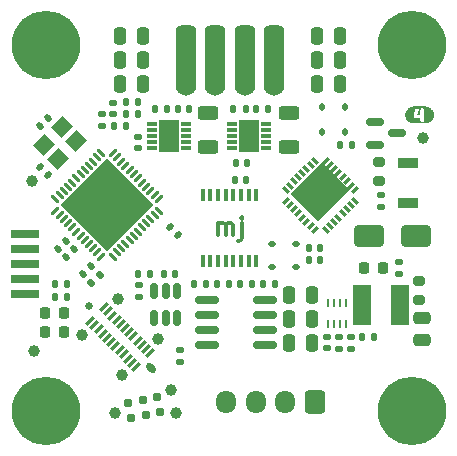
<source format=gbr>
%TF.GenerationSoftware,KiCad,Pcbnew,7.0.10*%
%TF.CreationDate,2024-01-29T20:12:53-05:00*%
%TF.ProjectId,lemon-pepper,6c656d6f-6e2d-4706-9570-7065722e6b69,rev?*%
%TF.SameCoordinates,PX8b85c60PY52f2218*%
%TF.FileFunction,Soldermask,Top*%
%TF.FilePolarity,Negative*%
%FSLAX46Y46*%
G04 Gerber Fmt 4.6, Leading zero omitted, Abs format (unit mm)*
G04 Created by KiCad (PCBNEW 7.0.10) date 2024-01-29 20:12:53*
%MOMM*%
%LPD*%
G01*
G04 APERTURE LIST*
G04 Aperture macros list*
%AMRoundRect*
0 Rectangle with rounded corners*
0 $1 Rounding radius*
0 $2 $3 $4 $5 $6 $7 $8 $9 X,Y pos of 4 corners*
0 Add a 4 corners polygon primitive as box body*
4,1,4,$2,$3,$4,$5,$6,$7,$8,$9,$2,$3,0*
0 Add four circle primitives for the rounded corners*
1,1,$1+$1,$2,$3*
1,1,$1+$1,$4,$5*
1,1,$1+$1,$6,$7*
1,1,$1+$1,$8,$9*
0 Add four rect primitives between the rounded corners*
20,1,$1+$1,$2,$3,$4,$5,0*
20,1,$1+$1,$4,$5,$6,$7,0*
20,1,$1+$1,$6,$7,$8,$9,0*
20,1,$1+$1,$8,$9,$2,$3,0*%
%AMHorizOval*
0 Thick line with rounded ends*
0 $1 width*
0 $2 $3 position (X,Y) of the first rounded end (center of the circle)*
0 $4 $5 position (X,Y) of the second rounded end (center of the circle)*
0 Add line between two ends*
20,1,$1,$2,$3,$4,$5,0*
0 Add two circle primitives to create the rounded ends*
1,1,$1,$2,$3*
1,1,$1,$4,$5*%
%AMRotRect*
0 Rectangle, with rotation*
0 The origin of the aperture is its center*
0 $1 length*
0 $2 width*
0 $3 Rotation angle, in degrees counterclockwise*
0 Add horizontal line*
21,1,$1,$2,0,0,$3*%
%AMFreePoly0*
4,1,17,-0.875000,2.062500,-0.867373,2.143836,-0.824300,2.266930,-0.746859,2.371859,-0.641930,2.449300,-0.518836,2.492373,-0.437500,2.500000,0.437500,2.500000,0.518836,2.492373,0.641930,2.449300,0.746859,2.371859,0.824300,2.266930,0.867373,2.143836,0.875000,2.062500,0.875000,-2.500000,-0.875000,-2.500000,-0.875000,2.062500,-0.875000,2.062500,$1*%
G04 Aperture macros list end*
%ADD10C,0.300000*%
%ADD11C,5.800000*%
%ADD12RoundRect,0.250000X-0.250000X-0.475000X0.250000X-0.475000X0.250000X0.475000X-0.250000X0.475000X0*%
%ADD13C,0.990600*%
%ADD14C,0.787400*%
%ADD15RoundRect,0.150000X-0.587500X-0.150000X0.587500X-0.150000X0.587500X0.150000X-0.587500X0.150000X0*%
%ADD16RoundRect,0.135000X0.135000X0.185000X-0.135000X0.185000X-0.135000X-0.185000X0.135000X-0.185000X0*%
%ADD17RoundRect,0.112500X-0.112500X0.187500X-0.112500X-0.187500X0.112500X-0.187500X0.112500X0.187500X0*%
%ADD18RoundRect,0.150000X-0.825000X-0.150000X0.825000X-0.150000X0.825000X0.150000X-0.825000X0.150000X0*%
%ADD19RoundRect,0.135000X0.185000X-0.135000X0.185000X0.135000X-0.185000X0.135000X-0.185000X-0.135000X0*%
%ADD20R,1.700000X0.900000*%
%ADD21RoundRect,0.135000X-0.035355X0.226274X-0.226274X0.035355X0.035355X-0.226274X0.226274X-0.035355X0*%
%ADD22RoundRect,0.140000X-0.219203X-0.021213X-0.021213X-0.219203X0.219203X0.021213X0.021213X0.219203X0*%
%ADD23R,2.400000X0.740000*%
%ADD24RoundRect,0.250000X-1.000000X-0.650000X1.000000X-0.650000X1.000000X0.650000X-1.000000X0.650000X0*%
%ADD25RoundRect,0.250000X0.250000X0.475000X-0.250000X0.475000X-0.250000X-0.475000X0.250000X-0.475000X0*%
%ADD26RoundRect,0.218750X-0.218750X-0.256250X0.218750X-0.256250X0.218750X0.256250X-0.218750X0.256250X0*%
%ADD27R,1.600000X3.500000*%
%ADD28RoundRect,0.140000X-0.021213X0.219203X-0.219203X0.021213X0.021213X-0.219203X0.219203X-0.021213X0*%
%ADD29RoundRect,0.140000X-0.170000X0.140000X-0.170000X-0.140000X0.170000X-0.140000X0.170000X0.140000X0*%
%ADD30RoundRect,0.140000X0.170000X-0.140000X0.170000X0.140000X-0.170000X0.140000X-0.170000X-0.140000X0*%
%ADD31RoundRect,0.150000X-0.150000X0.512500X-0.150000X-0.512500X0.150000X-0.512500X0.150000X0.512500X0*%
%ADD32R,0.850000X0.300000*%
%ADD33R,1.750000X2.700000*%
%ADD34RoundRect,0.140000X-0.140000X-0.170000X0.140000X-0.170000X0.140000X0.170000X-0.140000X0.170000X0*%
%ADD35C,1.000000*%
%ADD36RoundRect,0.140000X0.140000X0.170000X-0.140000X0.170000X-0.140000X-0.170000X0.140000X-0.170000X0*%
%ADD37RoundRect,0.135000X-0.135000X-0.185000X0.135000X-0.185000X0.135000X0.185000X-0.135000X0.185000X0*%
%ADD38RoundRect,0.250000X-0.475000X0.250000X-0.475000X-0.250000X0.475000X-0.250000X0.475000X0.250000X0*%
%ADD39C,0.660000*%
%ADD40HorizOval,0.600000X0.141421X-0.141421X-0.141421X0.141421X0*%
%ADD41RotRect,0.300000X0.855000X315.000000*%
%ADD42RoundRect,0.250000X0.625000X-0.312500X0.625000X0.312500X-0.625000X0.312500X-0.625000X-0.312500X0*%
%ADD43O,1.750000X1.750000*%
%ADD44FreePoly0,0.000000*%
%ADD45O,1.750000X2.000000*%
%ADD46RoundRect,0.135000X-0.185000X0.135000X-0.185000X-0.135000X0.185000X-0.135000X0.185000X0.135000X0*%
%ADD47RotRect,0.660000X0.280000X225.000000*%
%ADD48RotRect,0.280000X0.660000X225.000000*%
%ADD49RotRect,3.830000X3.280000X225.000000*%
%ADD50R,0.250000X0.800000*%
%ADD51RoundRect,0.062500X-0.309359X0.220971X0.220971X-0.309359X0.309359X-0.220971X-0.220971X0.309359X0*%
%ADD52RoundRect,0.062500X-0.309359X-0.220971X-0.220971X-0.309359X0.309359X0.220971X0.220971X0.309359X0*%
%ADD53RotRect,5.600000X5.600000X315.000000*%
%ADD54RoundRect,0.200000X-0.275000X0.200000X-0.275000X-0.200000X0.275000X-0.200000X0.275000X0.200000X0*%
%ADD55RotRect,1.400000X1.200000X225.000000*%
%ADD56RoundRect,0.112500X-0.187500X-0.112500X0.187500X-0.112500X0.187500X0.112500X-0.187500X0.112500X0*%
%ADD57RoundRect,0.250000X0.600000X0.725000X-0.600000X0.725000X-0.600000X-0.725000X0.600000X-0.725000X0*%
%ADD58O,1.700000X1.950000*%
%ADD59R,0.450000X1.050000*%
%ADD60RoundRect,0.112500X0.187500X0.112500X-0.187500X0.112500X-0.187500X-0.112500X0.187500X-0.112500X0*%
%ADD61RoundRect,0.200000X0.275000X-0.200000X0.275000X0.200000X-0.275000X0.200000X-0.275000X-0.200000X0*%
%ADD62RoundRect,0.140000X0.219203X0.021213X0.021213X0.219203X-0.219203X-0.021213X-0.021213X-0.219203X0*%
G04 APERTURE END LIST*
D10*
X-970490Y-575828D02*
X-970490Y424172D01*
X-970490Y281315D02*
X-899061Y352743D01*
X-899061Y352743D02*
X-756204Y424172D01*
X-756204Y424172D02*
X-541918Y424172D01*
X-541918Y424172D02*
X-399061Y352743D01*
X-399061Y352743D02*
X-327632Y209886D01*
X-327632Y209886D02*
X-327632Y-575828D01*
X-327632Y209886D02*
X-256204Y352743D01*
X-256204Y352743D02*
X-113347Y424172D01*
X-113347Y424172D02*
X100939Y424172D01*
X100939Y424172D02*
X243796Y352743D01*
X243796Y352743D02*
X315225Y209886D01*
X315225Y209886D02*
X315225Y-575828D01*
X1029510Y424172D02*
X1029510Y-861542D01*
X1029510Y-861542D02*
X958082Y-1004400D01*
X958082Y-1004400D02*
X815225Y-1075828D01*
X815225Y-1075828D02*
X743796Y-1075828D01*
X1029510Y924172D02*
X958082Y852743D01*
X958082Y852743D02*
X1029510Y781315D01*
X1029510Y781315D02*
X1100939Y852743D01*
X1100939Y852743D02*
X1029510Y924172D01*
X1029510Y924172D02*
X1029510Y781315D01*
%TO.C,kibuzzard-65A1D30A*%
G36*
X16670043Y10273042D02*
G01*
X16739595Y10262724D01*
X16807801Y10245640D01*
X16874004Y10221952D01*
X16937566Y10191889D01*
X16997876Y10155741D01*
X17054352Y10113856D01*
X17106451Y10066636D01*
X17153670Y10014538D01*
X17195555Y9958061D01*
X17231704Y9897752D01*
X17261766Y9834189D01*
X17285454Y9767987D01*
X17302539Y9699781D01*
X17312856Y9630228D01*
X17316306Y9560000D01*
X17312856Y9489772D01*
X17302539Y9420219D01*
X17285454Y9352013D01*
X17261766Y9285811D01*
X17231704Y9222248D01*
X17195555Y9161939D01*
X17153670Y9105462D01*
X17106451Y9053364D01*
X17054352Y9006144D01*
X16997876Y8964259D01*
X16937566Y8928111D01*
X16874004Y8898048D01*
X16807801Y8874360D01*
X16739595Y8857276D01*
X16670043Y8846958D01*
X16599814Y8843508D01*
X16467523Y8843508D01*
X16322052Y8843508D01*
X15600318Y8843508D01*
X15600186Y8843508D01*
X15529957Y8846958D01*
X15460405Y8857276D01*
X15392199Y8874360D01*
X15325996Y8898048D01*
X15262434Y8928111D01*
X15202124Y8964259D01*
X15145648Y9006144D01*
X15093549Y9053364D01*
X15046330Y9105463D01*
X15004445Y9161939D01*
X14968296Y9222248D01*
X14938234Y9285811D01*
X14914546Y9352013D01*
X14897461Y9420219D01*
X14894623Y9439350D01*
X15607677Y9439350D01*
X15615614Y9371088D01*
X15658873Y9325844D01*
X15747377Y9310763D01*
X16177589Y9310763D01*
X16177589Y9117087D01*
X16187114Y9034537D01*
X16207752Y9002787D01*
X16249027Y8983737D01*
X16322052Y8975800D01*
X16399045Y8985325D01*
X16445083Y9024219D01*
X16460164Y9115500D01*
X16460164Y9998150D01*
X16457783Y10053713D01*
X16442702Y10095781D01*
X16399839Y10129119D01*
X16319670Y10139437D01*
X16238708Y10130706D01*
X16195052Y10099750D01*
X16179970Y10060063D01*
X16177589Y10006087D01*
X16177589Y9572700D01*
X15918827Y9572700D01*
X16015664Y9960050D01*
X16017252Y9964813D01*
X16028364Y10031488D01*
X16000583Y10092606D01*
X15917239Y10133088D01*
X15844214Y10144200D01*
X15789445Y10126738D01*
X15760870Y10090225D01*
X15744202Y10034663D01*
X15612439Y9502850D01*
X15607677Y9439350D01*
X14894623Y9439350D01*
X14887144Y9489772D01*
X14883694Y9560000D01*
X14887144Y9630228D01*
X14897461Y9699781D01*
X14914546Y9767987D01*
X14938234Y9834189D01*
X14968296Y9897752D01*
X15004445Y9958061D01*
X15046330Y10014537D01*
X15093549Y10066636D01*
X15145648Y10113856D01*
X15202124Y10155741D01*
X15262434Y10191889D01*
X15325996Y10221952D01*
X15392199Y10245640D01*
X15460405Y10262724D01*
X15529957Y10273042D01*
X15600186Y10276492D01*
X15600318Y10276492D01*
X16467523Y10276492D01*
X16599814Y10276492D01*
X16670043Y10273042D01*
G37*
%TD*%
D11*
%TO.C,H101*%
X-15500000Y15500000D03*
X-15500000Y-15500000D03*
X15500000Y15500000D03*
X15500000Y-15500000D03*
%TD*%
D12*
%TO.C,C103*%
X-9225000Y12175000D03*
X-7325000Y12175000D03*
%TD*%
D13*
%TO.C,J301*%
X-9718333Y-15684655D03*
X-4925529Y-13718012D03*
X-4537805Y-15712678D03*
D14*
X-8350503Y-16065661D03*
X-8592830Y-14818994D03*
X-7103836Y-15823333D03*
X-7346164Y-14576667D03*
X-5857170Y-15581006D03*
X-6099497Y-14334339D03*
%TD*%
D15*
%TO.C,Q501*%
X12337500Y8950000D03*
X12337500Y7050000D03*
X14212500Y8000000D03*
%TD*%
D16*
%TO.C,R704*%
X1366250Y10025000D03*
X346250Y10025000D03*
%TD*%
D17*
%TO.C,D502*%
X9825000Y10200000D03*
X9825000Y8100000D03*
%TD*%
D18*
%TO.C,U302*%
X-1925000Y-6140000D03*
X-1925000Y-7410000D03*
X-1925000Y-8680000D03*
X-1925000Y-9950000D03*
X3025000Y-9950000D03*
X3025000Y-8680000D03*
X3025000Y-7410000D03*
X3025000Y-6140000D03*
%TD*%
D17*
%TO.C,D501*%
X7800000Y10200000D03*
X7800000Y8100000D03*
%TD*%
D19*
%TO.C,R101*%
X-4175000Y-11385000D03*
X-4175000Y-10365000D03*
%TD*%
D16*
%TO.C,R103*%
X1910000Y-4775000D03*
X890000Y-4775000D03*
%TD*%
D20*
%TO.C,SW301*%
X15100000Y5525000D03*
X15100000Y2125000D03*
%TD*%
D21*
%TO.C,R302*%
X-10989376Y-3964376D03*
X-11710624Y-4685624D03*
%TD*%
D22*
%TO.C,C304*%
X-5064411Y89411D03*
X-4385589Y-589411D03*
%TD*%
D23*
%TO.C,J302*%
X-17300000Y-485000D03*
X-17300000Y-1755000D03*
X-17300000Y-3025000D03*
X-17300000Y-4295000D03*
X-17300000Y-5565000D03*
%TD*%
D24*
%TO.C,D101*%
X11825000Y-675000D03*
X15825000Y-675000D03*
%TD*%
D25*
%TO.C,C106*%
X6975000Y-5725000D03*
X5075000Y-5725000D03*
%TD*%
D26*
%TO.C,D301*%
X-15612500Y-7175000D03*
X-14037500Y-7175000D03*
%TD*%
D27*
%TO.C,L501*%
X11250000Y-6525000D03*
X14450000Y-6525000D03*
%TD*%
D28*
%TO.C,C305*%
X-15385589Y9264411D03*
X-16064411Y8585589D03*
%TD*%
D29*
%TO.C,C701*%
X-7780000Y7725000D03*
X-7780000Y6765000D03*
%TD*%
D30*
%TO.C,C308*%
X-9855200Y9629200D03*
X-9855200Y10589200D03*
%TD*%
D28*
%TO.C,C307*%
X-13185589Y-1760589D03*
X-13864411Y-2439411D03*
%TD*%
D16*
%TO.C,R702*%
X-5308750Y10025000D03*
X-6328750Y10025000D03*
%TD*%
D31*
%TO.C,U201*%
X-4450000Y-5362500D03*
X-5400000Y-5362500D03*
X-6350000Y-5362500D03*
X-6350000Y-7637500D03*
X-5400000Y-7637500D03*
X-4450000Y-7637500D03*
%TD*%
D32*
%TO.C,U703*%
X3120000Y6750000D03*
X3120000Y7250000D03*
X3120000Y7750000D03*
X3120000Y8250000D03*
X3120000Y8750000D03*
X220000Y8750000D03*
X220000Y8250000D03*
X220000Y7750000D03*
X220000Y7250000D03*
X220000Y6750000D03*
D33*
X1670000Y7750000D03*
%TD*%
D28*
%TO.C,C302*%
X-11685589Y-3260589D03*
X-12364411Y-3939411D03*
%TD*%
D34*
%TO.C,C602*%
X6745000Y-2700000D03*
X7705000Y-2700000D03*
%TD*%
D35*
%TO.C,FID102*%
X-16575000Y-10450000D03*
%TD*%
D36*
%TO.C,C401*%
X1430000Y4050000D03*
X470000Y4050000D03*
%TD*%
D26*
%TO.C,D302*%
X-15612500Y-8800000D03*
X-14037500Y-8800000D03*
%TD*%
D19*
%TO.C,R102*%
X-7650000Y-5885000D03*
X-7650000Y-4865000D03*
%TD*%
D37*
%TO.C,R105*%
X-2960000Y-4775000D03*
X-1940000Y-4775000D03*
%TD*%
D38*
%TO.C,C503*%
X16325000Y-7600000D03*
X16325000Y-9500000D03*
%TD*%
D16*
%TO.C,R501*%
X12260000Y-9250000D03*
X11240000Y-9250000D03*
%TD*%
%TO.C,R301*%
X-13765000Y-5825000D03*
X-14785000Y-5825000D03*
%TD*%
D36*
%TO.C,C201*%
X-6745000Y-3900000D03*
X-7705000Y-3900000D03*
%TD*%
D25*
%TO.C,C102*%
X-7325000Y14225000D03*
X-9225000Y14225000D03*
%TD*%
D12*
%TO.C,C101*%
X-9225000Y16250000D03*
X-7325000Y16250000D03*
%TD*%
D39*
%TO.C,J201*%
X-11901650Y-6598350D03*
D40*
X-6598350Y-11901650D03*
D41*
X-10609059Y-6719972D03*
X-10255506Y-7073525D03*
X-9901953Y-7427079D03*
X-9548399Y-7780632D03*
X-9194846Y-8134185D03*
X-8841292Y-8487739D03*
X-8487739Y-8841292D03*
X-8134186Y-9194846D03*
X-7780632Y-9548399D03*
X-7427079Y-9901952D03*
X-7074232Y-10256213D03*
X-6720679Y-10609766D03*
X-7890234Y-11779321D03*
X-8243787Y-11425768D03*
X-8597340Y-11072214D03*
X-8950894Y-10718661D03*
X-9304447Y-10365107D03*
X-9658001Y-10011554D03*
X-10011554Y-9658001D03*
X-10365107Y-9304447D03*
X-10718661Y-8950894D03*
X-11072921Y-8598047D03*
X-11425768Y-8243787D03*
X-11780028Y-7890941D03*
D35*
X-9426777Y-6032664D03*
X-12467336Y-9073223D03*
X-6032664Y-9426777D03*
X-9073223Y-12467336D03*
%TD*%
D34*
%TO.C,C703*%
X536000Y5461000D03*
X1496000Y5461000D03*
%TD*%
D42*
%TO.C,R703*%
X5020000Y6812500D03*
X5020000Y9737500D03*
%TD*%
D34*
%TO.C,C202*%
X-5580000Y-3900000D03*
X-4620000Y-3900000D03*
%TD*%
D28*
%TO.C,C301*%
X-13860589Y-1085589D03*
X-14539411Y-1764411D03*
%TD*%
D43*
%TO.C,M101*%
X-3700000Y14900000D03*
D44*
X-3700000Y14650000D03*
D45*
X-3700000Y12150000D03*
D43*
X-1200000Y14900000D03*
D44*
X-1200000Y14650000D03*
D45*
X-1200000Y12150000D03*
D43*
X1300000Y14900000D03*
D44*
X1300000Y14650000D03*
D45*
X1300000Y12150000D03*
D43*
X3800000Y14900000D03*
D44*
X3800000Y14650000D03*
D45*
X3800000Y12150000D03*
%TD*%
D46*
%TO.C,R502*%
X10275000Y-9215000D03*
X10275000Y-10235000D03*
%TD*%
D47*
%TO.C,U601*%
X10641564Y3216690D03*
X10288011Y3570244D03*
X9934457Y3923797D03*
X9580904Y4277351D03*
X9227351Y4630904D03*
X8873797Y4984457D03*
X8520244Y5338011D03*
X8166690Y5691564D03*
D48*
X7233310Y5691564D03*
X6879756Y5338011D03*
X6526203Y4984457D03*
X6172649Y4630904D03*
X5819096Y4277351D03*
X5465543Y3923797D03*
X5111989Y3570244D03*
X4758436Y3216690D03*
D47*
X4758436Y2283310D03*
X5111989Y1929756D03*
X5465543Y1576203D03*
X5819096Y1222649D03*
X6172649Y869096D03*
X6526203Y515543D03*
X6879756Y161989D03*
X7233310Y-191564D03*
D48*
X8166690Y-191564D03*
X8520244Y161989D03*
X8873797Y515543D03*
X9227351Y869096D03*
X9580904Y1222649D03*
X9934457Y1576203D03*
X10288011Y1929756D03*
X10641564Y2283310D03*
D49*
X7639896Y3043449D03*
%TD*%
D34*
%TO.C,C601*%
X6745000Y-1700000D03*
X7705000Y-1700000D03*
%TD*%
D50*
%TO.C,U501*%
X8375000Y-8155000D03*
X8875000Y-8155000D03*
X9375000Y-8155000D03*
X9875000Y-8155000D03*
X9875000Y-6395000D03*
X9375000Y-6395000D03*
X8875000Y-6395000D03*
X8375000Y-6395000D03*
%TD*%
D51*
%TO.C,U301*%
X-10835787Y6310274D03*
X-11189340Y5956721D03*
X-11542894Y5603167D03*
X-11896447Y5249614D03*
X-12250000Y4896061D03*
X-12603554Y4542507D03*
X-12957107Y4188954D03*
X-13310661Y3835400D03*
X-13664214Y3481847D03*
X-14017767Y3128294D03*
X-14371321Y2774740D03*
X-14724874Y2421187D03*
D52*
X-14724874Y1448915D03*
X-14371321Y1095362D03*
X-14017767Y741808D03*
X-13664214Y388255D03*
X-13310661Y34702D03*
X-12957107Y-318852D03*
X-12603554Y-672405D03*
X-12250000Y-1025959D03*
X-11896447Y-1379512D03*
X-11542894Y-1733065D03*
X-11189340Y-2086619D03*
X-10835787Y-2440172D03*
D51*
X-9863515Y-2440172D03*
X-9509962Y-2086619D03*
X-9156408Y-1733065D03*
X-8802855Y-1379512D03*
X-8449302Y-1025959D03*
X-8095748Y-672405D03*
X-7742195Y-318852D03*
X-7388641Y34702D03*
X-7035088Y388255D03*
X-6681535Y741808D03*
X-6327981Y1095362D03*
X-5974428Y1448915D03*
D52*
X-5974428Y2421187D03*
X-6327981Y2774740D03*
X-6681535Y3128294D03*
X-7035088Y3481847D03*
X-7388641Y3835400D03*
X-7742195Y4188954D03*
X-8095748Y4542507D03*
X-8449302Y4896061D03*
X-8802855Y5249614D03*
X-9156408Y5603167D03*
X-9509962Y5956721D03*
X-9863515Y6310274D03*
D53*
X-10349651Y1935051D03*
%TD*%
D16*
%TO.C,R303*%
X-7740000Y10650000D03*
X-8760000Y10650000D03*
%TD*%
D46*
%TO.C,R503*%
X9250000Y-9215000D03*
X9250000Y-10235000D03*
%TD*%
D34*
%TO.C,C704*%
X2276250Y10025000D03*
X3236250Y10025000D03*
%TD*%
D12*
%TO.C,C104*%
X7425000Y16250000D03*
X9325000Y16250000D03*
%TD*%
D25*
%TO.C,C105*%
X9325000Y12175000D03*
X7425000Y12175000D03*
%TD*%
D54*
%TO.C,R506*%
X16075000Y-4475000D03*
X16075000Y-6125000D03*
%TD*%
D37*
%TO.C,R505*%
X9340000Y7000000D03*
X10360000Y7000000D03*
%TD*%
D34*
%TO.C,C303*%
X-9755000Y8650000D03*
X-8795000Y8650000D03*
%TD*%
D55*
%TO.C,Y301*%
X-14148223Y8553858D03*
X-15703858Y6998223D03*
X-14501777Y5796142D03*
X-12946142Y7351777D03*
%TD*%
D46*
%TO.C,R305*%
X12875000Y2785000D03*
X12875000Y1765000D03*
%TD*%
D35*
%TO.C,FID101*%
X-16680000Y3925000D03*
%TD*%
D56*
%TO.C,D602*%
X3575000Y-3350000D03*
X5675000Y-3350000D03*
%TD*%
D16*
%TO.C,R304*%
X-7740000Y9650000D03*
X-8760000Y9650000D03*
%TD*%
D57*
%TO.C,J101*%
X7225000Y-14725000D03*
D58*
X4725000Y-14725000D03*
X2225000Y-14725000D03*
X-275000Y-14725000D03*
%TD*%
D59*
%TO.C,U401*%
X-2275000Y-2775000D03*
X-1625000Y-2775000D03*
X-975000Y-2775000D03*
X-325000Y-2775000D03*
X325000Y-2775000D03*
X975000Y-2775000D03*
X1625000Y-2775000D03*
X2275000Y-2775000D03*
X2275000Y2775000D03*
X1625000Y2775000D03*
X975000Y2775000D03*
X325000Y2775000D03*
X-325000Y2775000D03*
X-975000Y2775000D03*
X-1625000Y2775000D03*
X-2275000Y2775000D03*
%TD*%
D16*
%TO.C,R401*%
X-13765000Y-4725000D03*
X-14785000Y-4725000D03*
%TD*%
D19*
%TO.C,R601*%
X14325000Y-3910000D03*
X14325000Y-2890000D03*
%TD*%
D42*
%TO.C,R701*%
X-1793750Y6812500D03*
X-1793750Y9737500D03*
%TD*%
D35*
%TO.C,FID103*%
X16375000Y7600000D03*
%TD*%
D25*
%TO.C,C108*%
X6975000Y-7750000D03*
X5075000Y-7750000D03*
%TD*%
D29*
%TO.C,C502*%
X8250000Y-9220000D03*
X8250000Y-10180000D03*
%TD*%
D60*
%TO.C,D603*%
X5675000Y-1375000D03*
X3575000Y-1375000D03*
%TD*%
D25*
%TO.C,C501*%
X6975000Y-9775000D03*
X5075000Y-9775000D03*
%TD*%
D37*
%TO.C,JP101*%
X-1035000Y-4775000D03*
X-15000Y-4775000D03*
%TD*%
D19*
%TO.C,R306*%
X-10820400Y8615000D03*
X-10820400Y9635000D03*
%TD*%
D34*
%TO.C,C702*%
X-4373750Y10025000D03*
X-3413750Y10025000D03*
%TD*%
D26*
%TO.C,D601*%
X11412500Y-3375000D03*
X12987500Y-3375000D03*
%TD*%
D37*
%TO.C,R104*%
X2815000Y-4775000D03*
X3835000Y-4775000D03*
%TD*%
D61*
%TO.C,R504*%
X12625000Y3925000D03*
X12625000Y5575000D03*
%TD*%
D62*
%TO.C,C306*%
X-15335589Y4460589D03*
X-16014411Y5139411D03*
%TD*%
D25*
%TO.C,C107*%
X9325000Y14225000D03*
X7425000Y14225000D03*
%TD*%
D32*
%TO.C,U701*%
X-3668750Y6750000D03*
X-3668750Y7250000D03*
X-3668750Y7750000D03*
X-3668750Y8250000D03*
X-3668750Y8750000D03*
X-6568750Y8750000D03*
X-6568750Y8250000D03*
X-6568750Y7750000D03*
X-6568750Y7250000D03*
X-6568750Y6750000D03*
D33*
X-5118750Y7750000D03*
%TD*%
M02*

</source>
